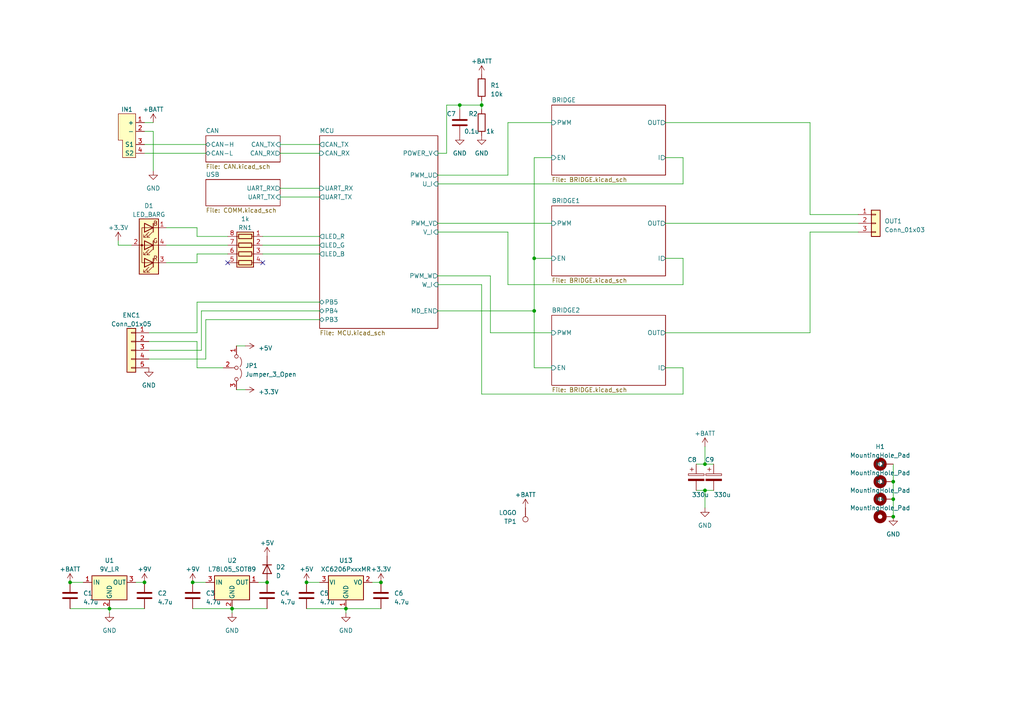
<source format=kicad_sch>
(kicad_sch (version 20230121) (generator eeschema)
  (paper "A4")
  (lib_symbols
    (symbol "Connector:TestPoint" (pin_numbers hide) (pin_names (offset 0.762) hide)
      (property "Reference" "TP" (at 0 6.858 0))
      (property "Value" "TestPoint" (at 0 5.08 0))
      (symbol "TestPoint_0_1"
        (circle (center 0 3.302) (radius 0.762))
      )
      (symbol "TestPoint_1_1"
        (pin passive line (at 0 0 90) (length 2.54) (name "1") (number "1"))
      )
    )
    (symbol "Connector_Generic:Conn_01x03" (pin_names (offset 1.016) hide)
      (property "Reference" "J" (at 0 5.08 0))
      (property "Value" "Conn_01x03" (at 0 -5.08 0))
      (symbol "Conn_01x03_1_1"
        (rectangle (start -1.27 -2.413) (end 0 -2.667) (stroke (width 0.1524)))
        (rectangle (start -1.27 0.127) (end 0 -0.127) (stroke (width 0.1524)))
        (rectangle (start -1.27 2.667) (end 0 2.413) (stroke (width 0.1524)))
        (rectangle (start -1.27 3.81) (end 1.27 -3.81) (stroke (width 0.254)) (fill (type background)))
        (pin passive line (at -5.08 2.54 0) (length 3.81) (name "Pin_1") (number "1"))
        (pin passive line (at -5.08 0 0) (length 3.81) (name "Pin_2") (number "2"))
        (pin passive line (at -5.08 -2.54 0) (length 3.81) (name "Pin_3") (number "3"))
      )
    )
    (symbol "Connector_Generic:Conn_01x05" (pin_names (offset 1.016) hide)
      (property "Reference" "J" (at 0 7.62 0))
      (property "Value" "Conn_01x05" (at 0 -7.62 0))
      (symbol "Conn_01x05_1_1"
        (rectangle (start -1.27 -4.953) (end 0 -5.207) (stroke (width 0.1524)))
        (rectangle (start -1.27 -2.413) (end 0 -2.667) (stroke (width 0.1524)))
        (rectangle (start -1.27 0.127) (end 0 -0.127) (stroke (width 0.1524)))
        (rectangle (start -1.27 2.667) (end 0 2.413) (stroke (width 0.1524)))
        (rectangle (start -1.27 5.207) (end 0 4.953) (stroke (width 0.1524)))
        (rectangle (start -1.27 6.35) (end 1.27 -6.35) (stroke (width 0.254)) (fill (type background)))
        (pin passive line (at -5.08 5.08 0) (length 3.81) (name "Pin_1") (number "1"))
        (pin passive line (at -5.08 2.54 0) (length 3.81) (name "Pin_2") (number "2"))
        (pin passive line (at -5.08 0 0) (length 3.81) (name "Pin_3") (number "3"))
        (pin passive line (at -5.08 -2.54 0) (length 3.81) (name "Pin_4") (number "4"))
        (pin passive line (at -5.08 -5.08 0) (length 3.81) (name "Pin_5") (number "5"))
      )
    )
    (symbol "Device:C" (pin_numbers hide) (pin_names (offset 0.254))
      (property "Reference" "C" (at 0.635 2.54 0))
      (property "Value" "C" (at 0.635 -2.54 0))
      (symbol "C_0_1"
        (polyline (pts (xy -2.032 -0.762) (xy 2.032 -0.762)) (stroke (width 0.508)))
        (polyline (pts (xy -2.032 0.762) (xy 2.032 0.762)) (stroke (width 0.508)))
      )
      (symbol "C_1_1"
        (pin passive line (at 0 3.81 270) (length 2.794) (name "~") (number "1"))
        (pin passive line (at 0 -3.81 90) (length 2.794) (name "~") (number "2"))
      )
    )
    (symbol "Device:C_Polarized" (pin_numbers hide) (pin_names (offset 0.254))
      (property "Reference" "C" (at 0.635 2.54 0))
      (property "Value" "C_Polarized" (at 0.635 -2.54 0))
      (symbol "C_Polarized_0_1"
        (rectangle (start -2.286 0.508) (end 2.286 1.016))
        (polyline (pts (xy -1.778 2.286) (xy -0.762 2.286)))
        (polyline (pts (xy -1.27 2.794) (xy -1.27 1.778)))
        (rectangle (start 2.286 -0.508) (end -2.286 -1.016) (fill (type outline)))
      )
      (symbol "C_Polarized_1_1"
        (pin passive line (at 0 3.81 270) (length 2.794) (name "~") (number "1"))
        (pin passive line (at 0 -3.81 90) (length 2.794) (name "~") (number "2"))
      )
    )
    (symbol "Device:D" (pin_numbers hide) (pin_names (offset 1.016) hide)
      (property "Reference" "D" (at 0 2.54 0))
      (property "Value" "D" (at 0 -2.54 0))
      (symbol "D_0_1"
        (polyline (pts (xy -1.27 1.27) (xy -1.27 -1.27)) (stroke (width 0.254)))
        (polyline (pts (xy 1.27 0) (xy -1.27 0)))
        (polyline (pts (xy 1.27 1.27) (xy 1.27 -1.27) (xy -1.27 0) (xy 1.27 1.27)) (stroke (width 0.254)))
      )
      (symbol "D_1_1"
        (pin passive line (at -3.81 0 0) (length 2.54) (name "K") (number "1"))
        (pin passive line (at 3.81 0 180) (length 2.54) (name "A") (number "2"))
      )
    )
    (symbol "Device:LED_BARG" (pin_names (offset 0) hide)
      (property "Reference" "D" (at 0 9.398 0))
      (property "Value" "LED_BARG" (at 0 -8.89 0))
      (symbol "LED_BARG_0_0"
        (text "B" (at -1.905 -6.35 0) (effects (font (size 1.27 1.27))))
        (text "G" (at -1.905 -1.27 0) (effects (font (size 1.27 1.27))))
        (text "R" (at -1.905 3.81 0) (effects (font (size 1.27 1.27))))
      )
      (symbol "LED_BARG_0_1"
        (polyline (pts (xy -1.27 -5.08) (xy -2.54 -5.08)))
        (polyline (pts (xy -1.27 -5.08) (xy 1.27 -5.08)))
        (polyline (pts (xy -1.27 -3.81) (xy -1.27 -6.35)) (stroke (width 0.254)))
        (polyline (pts (xy -1.27 0) (xy -2.54 0)))
        (polyline (pts (xy -1.27 1.27) (xy -1.27 -1.27)) (stroke (width 0.254)))
        (polyline (pts (xy -1.27 5.08) (xy -2.54 5.08)))
        (polyline (pts (xy -1.27 5.08) (xy 1.27 5.08)))
        (polyline (pts (xy -1.27 6.35) (xy -1.27 3.81)) (stroke (width 0.254)))
        (polyline (pts (xy 1.27 0) (xy -1.27 0)))
        (polyline (pts (xy 1.27 0) (xy 2.54 0)))
        (polyline (pts (xy -1.27 1.27) (xy -1.27 -1.27) (xy -1.27 -1.27)))
        (polyline (pts (xy -1.27 6.35) (xy -1.27 3.81) (xy -1.27 3.81)))
        (polyline (pts (xy 1.27 -5.08) (xy 2.032 -5.08) (xy 2.032 5.08) (xy 1.27 5.08)))
        (polyline (pts (xy 1.27 -3.81) (xy 1.27 -6.35) (xy -1.27 -5.08) (xy 1.27 -3.81)) (stroke (width 0.254)))
        (polyline (pts (xy 1.27 1.27) (xy 1.27 -1.27) (xy -1.27 0) (xy 1.27 1.27)) (stroke (width 0.254)))
        (polyline (pts (xy 1.27 6.35) (xy 1.27 3.81) (xy -1.27 5.08) (xy 1.27 6.35)) (stroke (width 0.254)))
        (polyline (pts (xy -1.016 -3.81) (xy 0.508 -2.286) (xy -0.254 -2.286) (xy 0.508 -2.286) (xy 0.508 -3.048)))
        (polyline (pts (xy -1.016 1.27) (xy 0.508 2.794) (xy -0.254 2.794) (xy 0.508 2.794) (xy 0.508 2.032)))
        (polyline (pts (xy -1.016 6.35) (xy 0.508 7.874) (xy -0.254 7.874) (xy 0.508 7.874) (xy 0.508 7.112)))
        (polyline (pts (xy 0 -3.81) (xy 1.524 -2.286) (xy 0.762 -2.286) (xy 1.524 -2.286) (xy 1.524 -3.048)))
        (polyline (pts (xy 0 1.27) (xy 1.524 2.794) (xy 0.762 2.794) (xy 1.524 2.794) (xy 1.524 2.032)))
        (polyline (pts (xy 0 6.35) (xy 1.524 7.874) (xy 0.762 7.874) (xy 1.524 7.874) (xy 1.524 7.112)))
        (rectangle (start 1.27 -1.27) (end 1.27 1.27))
        (rectangle (start 1.27 1.27) (end 1.27 1.27))
        (rectangle (start 1.27 3.81) (end 1.27 6.35))
        (rectangle (start 1.27 6.35) (end 1.27 6.35))
        (circle (center 2.032 0) (radius 0.254) (fill (type outline)))
        (rectangle (start 2.794 8.382) (end -2.794 -7.62) (stroke (width 0.254)) (fill (type background)))
      )
      (symbol "LED_BARG_1_1"
        (pin passive line (at -5.08 -5.08 0) (length 2.54) (name "BK") (number "1"))
        (pin passive line (at 5.08 0 180) (length 2.54) (name "A") (number "2"))
        (pin passive line (at -5.08 5.08 0) (length 2.54) (name "RK") (number "3"))
        (pin passive line (at -5.08 0 0) (length 2.54) (name "GK") (number "4"))
      )
    )
    (symbol "Device:R" (pin_numbers hide) (pin_names (offset 0))
      (property "Reference" "R" (at 2.032 0 90))
      (property "Value" "R" (at 0 0 90))
      (symbol "R_0_1"
        (rectangle (start -1.016 -2.54) (end 1.016 2.54) (stroke (width 0.254)))
      )
      (symbol "R_1_1"
        (pin passive line (at 0 3.81 270) (length 1.27) (name "~") (number "1"))
        (pin passive line (at 0 -3.81 90) (length 1.27) (name "~") (number "2"))
      )
    )
    (symbol "Device:R_Pack04" (pin_names (offset 0) hide)
      (property "Reference" "RN" (at -7.62 0 90))
      (property "Value" "R_Pack04" (at 5.08 0 90))
      (symbol "R_Pack04_0_1"
        (rectangle (start -6.35 -2.413) (end 3.81 2.413) (stroke (width 0.254)) (fill (type background)))
        (rectangle (start -5.715 1.905) (end -4.445 -1.905) (stroke (width 0.254)))
        (rectangle (start -3.175 1.905) (end -1.905 -1.905) (stroke (width 0.254)))
        (rectangle (start -0.635 1.905) (end 0.635 -1.905) (stroke (width 0.254)))
        (polyline (pts (xy -5.08 -2.54) (xy -5.08 -1.905)))
        (polyline (pts (xy -5.08 1.905) (xy -5.08 2.54)))
        (polyline (pts (xy -2.54 -2.54) (xy -2.54 -1.905)))
        (polyline (pts (xy -2.54 1.905) (xy -2.54 2.54)))
        (polyline (pts (xy 0 -2.54) (xy 0 -1.905)))
        (polyline (pts (xy 0 1.905) (xy 0 2.54)))
        (polyline (pts (xy 2.54 -2.54) (xy 2.54 -1.905)))
        (polyline (pts (xy 2.54 1.905) (xy 2.54 2.54)))
        (rectangle (start 1.905 1.905) (end 3.175 -1.905) (stroke (width 0.254)))
      )
      (symbol "R_Pack04_1_1"
        (pin passive line (at -5.08 -5.08 90) (length 2.54) (name "R1.1") (number "1"))
        (pin passive line (at -2.54 -5.08 90) (length 2.54) (name "R2.1") (number "2"))
        (pin passive line (at 0 -5.08 90) (length 2.54) (name "R3.1") (number "3"))
        (pin passive line (at 2.54 -5.08 90) (length 2.54) (name "R4.1") (number "4"))
        (pin passive line (at 2.54 5.08 270) (length 2.54) (name "R4.2") (number "5"))
        (pin passive line (at 0 5.08 270) (length 2.54) (name "R3.2") (number "6"))
        (pin passive line (at -2.54 5.08 270) (length 2.54) (name "R2.2") (number "7"))
        (pin passive line (at -5.08 5.08 270) (length 2.54) (name "R1.2") (number "8"))
      )
    )
    (symbol "Jumper:Jumper_3_Open" (pin_names (offset 0) hide)
      (property "Reference" "JP" (at -2.54 -2.54 0))
      (property "Value" "Jumper_3_Open" (at 0 2.794 0))
      (symbol "Jumper_3_Open_0_0"
        (circle (center -3.302 0) (radius 0.508))
        (circle (center 0 0) (radius 0.508))
        (circle (center 3.302 0) (radius 0.508))
      )
      (symbol "Jumper_3_Open_0_1"
        (arc (start -0.254 1.016) (mid -1.651 1.4992) (end -3.048 1.016))
        (polyline (pts (xy 0 -0.508) (xy 0 -1.27)))
        (arc (start 3.048 1.016) (mid 1.651 1.4992) (end 0.254 1.016))
      )
      (symbol "Jumper_3_Open_1_1"
        (pin passive line (at -6.35 0 0) (length 2.54) (name "A") (number "1"))
        (pin passive line (at 0 -3.81 90) (length 2.54) (name "C") (number "2"))
        (pin passive line (at 6.35 0 180) (length 2.54) (name "B") (number "3"))
      )
    )
    (symbol "Mechanical:MountingHole_Pad" (pin_numbers hide) (pin_names (offset 1.016) hide)
      (property "Reference" "H" (at 0 6.35 0))
      (property "Value" "MountingHole_Pad" (at 0 4.445 0))
      (symbol "MountingHole_Pad_0_1"
        (circle (center 0 1.27) (radius 1.27) (stroke (width 1.27)))
      )
      (symbol "MountingHole_Pad_1_1"
        (pin input line (at 0 -2.54 90) (length 2.54) (name "1") (number "1"))
      )
    )
    (symbol "Regulator_Linear:L7809" (pin_names (offset 0.254))
      (property "Reference" "U" (at -3.81 3.175 0))
      (property "Value" "L7809" (at 0 3.175 0))
      (symbol "L7809_0_1"
        (rectangle (start -5.08 1.905) (end 5.08 -5.08) (stroke (width 0.254)) (fill (type background)))
      )
      (symbol "L7809_1_1"
        (pin power_in line (at -7.62 0 0) (length 2.54) (name "IN") (number "1"))
        (pin power_in line (at 0 -7.62 90) (length 2.54) (name "GND") (number "2"))
        (pin power_out line (at 7.62 0 180) (length 2.54) (name "OUT") (number "3"))
      )
    )
    (symbol "Regulator_Linear:L78L05_SOT89" (pin_names (offset 0.254))
      (property "Reference" "U" (at -3.81 3.175 0))
      (property "Value" "L78L05_SOT89" (at -0.635 3.175 0))
      (symbol "L78L05_SOT89_0_1"
        (rectangle (start -5.08 1.905) (end 5.08 -5.08) (stroke (width 0.254)) (fill (type background)))
      )
      (symbol "L78L05_SOT89_1_1"
        (pin power_out line (at 7.62 0 180) (length 2.54) (name "OUT") (number "1"))
        (pin power_in line (at 0 -7.62 90) (length 2.54) (name "GND") (number "2"))
        (pin power_in line (at -7.62 0 0) (length 2.54) (name "IN") (number "3"))
      )
    )
    (symbol "Regulator_Linear:XC6206PxxxMR" (pin_names (offset 0.254))
      (property "Reference" "U" (at -3.81 3.175 0))
      (property "Value" "XC6206PxxxMR" (at 0 3.175 0))
      (symbol "XC6206PxxxMR_0_1"
        (rectangle (start -5.08 1.905) (end 5.08 -5.08) (stroke (width 0.254)) (fill (type background)))
      )
      (symbol "XC6206PxxxMR_1_1"
        (pin power_in line (at 0 -7.62 90) (length 2.54) (name "GND") (number "1"))
        (pin power_out line (at 7.62 0 180) (length 2.54) (name "VO") (number "2"))
        (pin power_in line (at -7.62 0 0) (length 2.54) (name "VI") (number "3"))
      )
    )
    (symbol "Robocon_Connector:XT30PW22"
      (property "Reference" "U" (at 0 0 0))
      (symbol "XT30PW22_0_1"
        (polyline (pts (xy 2.54 -1.27) (xy 2.54 -8.89) (xy 2.54 -13.97) (xy -1.27 -13.97) (xy -1.27 -8.89) (xy -2.54 -8.89) (xy -2.54 -1.27) (xy 2.54 -1.27)) (fill (type background)))
      )
      (symbol "XT30PW22_1_1"
        (pin power_out line (at 5.08 -3.81 180) (length 2.54) (name "+") (number "1"))
        (pin power_out line (at 5.08 -6.35 180) (length 2.54) (name "-") (number "2"))
        (pin bidirectional line (at 5.08 -10.16 180) (length 2.54) (name "S1") (number "3"))
        (pin bidirectional line (at 5.08 -12.7 180) (length 2.54) (name "S2") (number "4"))
      )
    )
    (symbol "power:+3.3V" (power) (pin_names (offset 0))
      (property "Value" "+3.3V" (at 0 3.556 0))
      (symbol "+3.3V_0_1"
        (polyline (pts (xy -0.762 1.27) (xy 0 2.54)))
        (polyline (pts (xy 0 0) (xy 0 2.54)))
        (polyline (pts (xy 0 2.54) (xy 0.762 1.27)))
      )
      (symbol "+3.3V_1_1"
        (pin power_in line (at 0 0 90) (length 0) hide (name "+3.3V") (number "1"))
      )
    )
    (symbol "power:+5V" (power) (pin_names (offset 0))
      (property "Value" "+5V" (at 0 3.556 0))
      (symbol "+5V_0_1"
        (polyline (pts (xy -0.762 1.27) (xy 0 2.54)))
        (polyline (pts (xy 0 0) (xy 0 2.54)))
        (polyline (pts (xy 0 2.54) (xy 0.762 1.27)))
      )
      (symbol "+5V_1_1"
        (pin power_in line (at 0 0 90) (length 0) hide (name "+5V") (number "1"))
      )
    )
    (symbol "power:+9V" (power) (pin_names (offset 0))
      (property "Value" "+9V" (at 0 3.556 0))
      (symbol "+9V_0_1"
        (polyline (pts (xy -0.762 1.27) (xy 0 2.54)))
        (polyline (pts (xy 0 0) (xy 0 2.54)))
        (polyline (pts (xy 0 2.54) (xy 0.762 1.27)))
      )
      (symbol "+9V_1_1"
        (pin power_in line (at 0 0 90) (length 0) hide (name "+9V") (number "1"))
      )
    )
    (symbol "power:+BATT" (power) (pin_names (offset 0))
      (property "Value" "+BATT" (at 0 3.556 0))
      (symbol "+BATT_0_1"
        (polyline (pts (xy -0.762 1.27) (xy 0 2.54)))
        (polyline (pts (xy 0 0) (xy 0 2.54)))
        (polyline (pts (xy 0 2.54) (xy 0.762 1.27)))
      )
      (symbol "+BATT_1_1"
        (pin power_in line (at 0 0 90) (length 0) hide (name "+BATT") (number "1"))
      )
    )
    (symbol "power:GND" (power) (pin_names (offset 0))
      (property "Value" "GND" (at 0 -3.81 0))
      (symbol "GND_0_1"
        (polyline (pts (xy 0 0) (xy 0 -1.27) (xy 1.27 -1.27) (xy 0 -2.54) (xy -1.27 -1.27) (xy 0 -1.27)))
      )
      (symbol "GND_1_1"
        (pin power_in line (at 0 0 270) (length 0) hide (name "GND") (number "1"))
      )
    )
  )
  (junction (at 204.47 134.62))
  (junction (at 88.9 168.91))
  (junction (at 154.94 74.93))
  (junction (at 154.94 90.17))
  (junction (at 77.47 168.91))
  (junction (at 67.31 176.53))
  (junction (at 55.88 168.91))
  (junction (at 20.32 168.91))
  (junction (at 100.33 176.53))
  (junction (at 259.08 139.7))
  (junction (at 133.35 30.48))
  (junction (at 259.08 149.86))
  (junction (at 110.49 168.91))
  (junction (at 31.75 176.53))
  (junction (at 259.08 144.78))
  (junction (at 204.47 142.24))
  (junction (at 139.7 30.48))
  (junction (at 41.91 168.91))
  (no_connect (at 76.2 76.2))
  (no_connect (at 66.04 76.2))
  (wire (pts (xy 41.91 168.91) (xy 39.37 168.91)))
  (wire (pts (xy 198.12 106.68) (xy 198.12 114.3)))
  (wire (pts (xy 139.7 114.3) (xy 198.12 114.3)))
  (wire (pts (xy 57.15 66.04) (xy 57.15 68.58)))
  (wire (pts (xy 234.95 62.23) (xy 248.92 62.23)))
  (wire (pts (xy 43.18 104.14) (xy 59.69 104.14)))
  (wire (pts (xy 127 67.31) (xy 147.32 67.31)))
  (wire (pts (xy 67.31 176.53) (xy 55.88 176.53)))
  (wire (pts (xy 154.94 45.72) (xy 154.94 74.93)))
  (wire (pts (xy 55.88 168.91) (xy 59.69 168.91)))
  (wire (pts (xy 127 82.55) (xy 139.7 82.55)))
  (wire (pts (xy 198.12 82.55) (xy 147.32 82.55)))
  (wire (pts (xy 57.15 99.06) (xy 57.15 106.68)))
  (wire (pts (xy 154.94 74.93) (xy 154.94 90.17)))
  (wire (pts (xy 81.28 44.45) (xy 92.71 44.45)))
  (wire (pts (xy 41.91 41.91) (xy 59.69 41.91)))
  (wire (pts (xy 68.58 113.03) (xy 71.12 113.03)))
  (wire (pts (xy 43.18 99.06) (xy 57.15 99.06)))
  (wire (pts (xy 204.47 142.24) (xy 204.47 147.32)))
  (wire (pts (xy 41.91 38.1) (xy 44.45 38.1)))
  (wire (pts (xy 154.94 106.68) (xy 160.02 106.68)))
  (wire (pts (xy 76.2 73.66) (xy 92.71 73.66)))
  (wire (pts (xy 133.35 30.48) (xy 133.35 31.75)))
  (wire (pts (xy 81.28 41.91) (xy 92.71 41.91)))
  (wire (pts (xy 129.54 44.45) (xy 127 44.45)))
  (wire (pts (xy 110.49 168.91) (xy 107.95 168.91)))
  (wire (pts (xy 259.08 139.7) (xy 259.08 144.78)))
  (wire (pts (xy 147.32 82.55) (xy 147.32 67.31)))
  (wire (pts (xy 127 50.8) (xy 147.32 50.8)))
  (wire (pts (xy 100.33 176.53) (xy 88.9 176.53)))
  (wire (pts (xy 142.24 96.52) (xy 160.02 96.52)))
  (wire (pts (xy 57.15 68.58) (xy 66.04 68.58)))
  (wire (pts (xy 147.32 50.8) (xy 147.32 35.56)))
  (wire (pts (xy 66.04 73.66) (xy 57.15 73.66)))
  (wire (pts (xy 57.15 106.68) (xy 64.77 106.68)))
  (wire (pts (xy 68.58 100.33) (xy 71.12 100.33)))
  (wire (pts (xy 43.18 96.52) (xy 57.15 96.52)))
  (wire (pts (xy 67.31 176.53) (xy 77.47 176.53)))
  (wire (pts (xy 129.54 30.48) (xy 129.54 44.45)))
  (wire (pts (xy 31.75 176.53) (xy 20.32 176.53)))
  (wire (pts (xy 34.29 69.85) (xy 34.29 71.12)))
  (wire (pts (xy 127 80.01) (xy 142.24 80.01)))
  (wire (pts (xy 248.92 67.31) (xy 234.95 67.31)))
  (wire (pts (xy 76.2 68.58) (xy 92.71 68.58)))
  (wire (pts (xy 81.28 54.61) (xy 92.71 54.61)))
  (wire (pts (xy 234.95 67.31) (xy 234.95 96.52)))
  (wire (pts (xy 48.26 66.04) (xy 57.15 66.04)))
  (wire (pts (xy 198.12 74.93) (xy 198.12 82.55)))
  (wire (pts (xy 41.91 35.56) (xy 44.45 35.56)))
  (wire (pts (xy 20.32 168.91) (xy 24.13 168.91)))
  (wire (pts (xy 204.47 142.24) (xy 207.01 142.24)))
  (wire (pts (xy 201.93 142.24) (xy 204.47 142.24)))
  (wire (pts (xy 139.7 30.48) (xy 133.35 30.48)))
  (wire (pts (xy 139.7 29.21) (xy 139.7 30.48)))
  (wire (pts (xy 31.75 177.8) (xy 31.75 176.53)))
  (wire (pts (xy 67.31 177.8) (xy 67.31 176.53)))
  (wire (pts (xy 160.02 45.72) (xy 154.94 45.72)))
  (wire (pts (xy 41.91 44.45) (xy 59.69 44.45)))
  (wire (pts (xy 59.69 92.71) (xy 92.71 92.71)))
  (wire (pts (xy 81.28 57.15) (xy 92.71 57.15)))
  (wire (pts (xy 57.15 76.2) (xy 48.26 76.2)))
  (wire (pts (xy 57.15 96.52) (xy 57.15 87.63)))
  (wire (pts (xy 127 64.77) (xy 160.02 64.77)))
  (wire (pts (xy 58.42 90.17) (xy 92.71 90.17)))
  (wire (pts (xy 193.04 35.56) (xy 234.95 35.56)))
  (wire (pts (xy 201.93 134.62) (xy 204.47 134.62)))
  (wire (pts (xy 259.08 144.78) (xy 259.08 149.86)))
  (wire (pts (xy 57.15 73.66) (xy 57.15 76.2)))
  (wire (pts (xy 127 90.17) (xy 154.94 90.17)))
  (wire (pts (xy 139.7 30.48) (xy 139.7 31.75)))
  (wire (pts (xy 100.33 176.53) (xy 110.49 176.53)))
  (wire (pts (xy 154.94 74.93) (xy 160.02 74.93)))
  (wire (pts (xy 127 53.34) (xy 198.12 53.34)))
  (wire (pts (xy 139.7 82.55) (xy 139.7 114.3)))
  (wire (pts (xy 154.94 90.17) (xy 154.94 106.68)))
  (wire (pts (xy 193.04 64.77) (xy 248.92 64.77)))
  (wire (pts (xy 34.29 71.12) (xy 38.1 71.12)))
  (wire (pts (xy 142.24 80.01) (xy 142.24 96.52)))
  (wire (pts (xy 234.95 35.56) (xy 234.95 62.23)))
  (wire (pts (xy 77.47 168.91) (xy 74.93 168.91)))
  (wire (pts (xy 234.95 96.52) (xy 193.04 96.52)))
  (wire (pts (xy 31.75 176.53) (xy 41.91 176.53)))
  (wire (pts (xy 76.2 71.12) (xy 92.71 71.12)))
  (wire (pts (xy 193.04 45.72) (xy 198.12 45.72)))
  (wire (pts (xy 147.32 35.56) (xy 160.02 35.56)))
  (wire (pts (xy 100.33 177.8) (xy 100.33 176.53)))
  (wire (pts (xy 44.45 38.1) (xy 44.45 49.53)))
  (wire (pts (xy 193.04 74.93) (xy 198.12 74.93)))
  (wire (pts (xy 204.47 134.62) (xy 207.01 134.62)))
  (wire (pts (xy 57.15 87.63) (xy 92.71 87.63)))
  (wire (pts (xy 48.26 71.12) (xy 66.04 71.12)))
  (wire (pts (xy 198.12 45.72) (xy 198.12 53.34)))
  (wire (pts (xy 88.9 168.91) (xy 92.71 168.91)))
  (wire (pts (xy 204.47 129.54) (xy 204.47 134.62)))
  (wire (pts (xy 133.35 30.48) (xy 129.54 30.48)))
  (wire (pts (xy 259.08 134.62) (xy 259.08 139.7)))
  (wire (pts (xy 59.69 92.71) (xy 59.69 104.14)))
  (wire (pts (xy 193.04 106.68) (xy 198.12 106.68)))
  (wire (pts (xy 43.18 101.6) (xy 58.42 101.6)))
  (wire (pts (xy 58.42 90.17) (xy 58.42 101.6)))
  (symbol (lib_id "Robocon_Connector:XT30PW22") (at 36.83 31.75 0) (unit 1)
    (property "Reference" "IN1" (at 36.83 31.75 0))
    (property "Value" "~" (at 36.83 31.75 0))
    (property "Footprint" "Robocon_Connector:XT30PW22" (effects hide))
  )
  (symbol (lib_id "power:+3.3V") (at 71.12 113.03 270) (unit 1)
    (property "Reference" "#PWR011" (effects hide))
    (property "Value" "+3.3V" (at 74.93 113.665 90) (effects (justify left)))
  )
  (symbol (lib_id "Connector_Generic:Conn_01x05") (at 38.1 101.6 0) (mirror y) (unit 1)
    (property "Reference" "ENC1" (at 38.1 91.44 0))
    (property "Value" "Conn_01x05" (at 38.1 93.98 0))
    (property "Footprint" "Connector_JST:JST_XA_S05B-XASK-1_1x05_P2.50mm_Horizontal" (effects hide))
  )
  (symbol (lib_id "power:+5V") (at 71.12 100.33 270) (unit 1)
    (property "Reference" "#PWR010" (effects hide))
    (property "Value" "+5V" (at 74.93 100.965 90) (effects (justify left)))
  )
  (symbol (lib_id "Device:C") (at 41.91 172.72 0) (unit 1)
    (property "Reference" "C2" (at 45.72 172.085 0) (effects (justify left)))
    (property "Value" "4.7u" (at 45.72 174.625 0) (effects (justify left)))
    (property "Footprint" "Capacitor_SMD:C_0805_2012Metric_Pad1.18x1.45mm_HandSolder" (effects hide))
    (property "LCSC" "C1779" (effects hide))
  )
  (symbol (lib_id "Regulator_Linear:L78L05_SOT89") (at 67.31 168.91 0) (unit 1)
    (property "Reference" "U2" (at 67.31 162.56 0))
    (property "Value" "L78L05_SOT89" (at 67.31 165.1 0))
    (property "Footprint" "Package_TO_SOT_SMD:SOT-89-3" (effects hide))
    (property "Datasheet" "http://www.st.com/content/ccc/resource/technical/document/datasheet/15/55/e5/aa/23/5b/43/fd/CD00000446.pdf/files/CD00000446.pdf/jcr:content/translations/en.CD00000446.pdf" (effects hide))
    (property "LCSC" "C16106" (effects hide))
  )
  (symbol (lib_id "power:GND") (at 44.45 49.53 0) (unit 1)
    (property "Reference" "#PWR07" (effects hide))
    (property "Value" "GND" (at 44.45 54.61 0))
  )
  (symbol (lib_id "power:+BATT") (at 152.4 147.32 0) (unit 1)
    (property "Reference" "#PWR019" (effects hide))
    (property "Value" "+BATT" (at 152.4 143.51 0))
  )
  (symbol (lib_id "power:GND") (at 204.47 147.32 0) (unit 1)
    (property "Reference" "#PWR021" (effects hide))
    (property "Value" "GND" (at 204.47 152.4 0))
  )
  (symbol (lib_id "power:GND") (at 259.08 149.86 0) (unit 1)
    (property "Reference" "#PWR022" (effects hide))
    (property "Value" "GND" (at 259.08 154.94 0))
  )
  (symbol (lib_id "power:+BATT") (at 44.45 35.56 0) (unit 1)
    (property "Reference" "#PWR06" (effects hide))
    (property "Value" "+BATT" (at 44.45 31.75 0))
  )
  (symbol (lib_id "power:+5V") (at 77.47 161.29 0) (unit 1)
    (property "Reference" "#PWR012" (effects hide))
    (property "Value" "+5V" (at 77.47 157.48 0))
  )
  (symbol (lib_id "power:GND") (at 139.7 39.37 0) (unit 1)
    (property "Reference" "#PWR018" (effects hide))
    (property "Value" "GND" (at 139.7 44.45 0))
  )
  (symbol (lib_id "Device:R_Pack04") (at 71.12 73.66 90) (mirror x) (unit 1)
    (property "Reference" "RN1" (at 71.12 66.04 90))
    (property "Value" "1k" (at 71.12 63.5 90))
    (property "Footprint" "Resistor_SMD:R_Array_Convex_4x0603" (effects hide))
    (property "LCSC" "C25510" (effects hide))
  )
  (symbol (lib_id "power:+BATT") (at 139.7 21.59 0) (unit 1)
    (property "Reference" "#PWR017" (effects hide))
    (property "Value" "+BATT" (at 139.7 17.78 0))
  )
  (symbol (lib_id "power:+9V") (at 41.91 168.91 0) (unit 1)
    (property "Reference" "#PWR04" (effects hide))
    (property "Value" "+9V" (at 41.91 165.1 0))
  )
  (symbol (lib_id "power:GND") (at 43.18 106.68 0) (unit 1)
    (property "Reference" "#PWR05" (effects hide))
    (property "Value" "GND" (at 43.18 111.76 0))
  )
  (symbol (lib_id "Device:C") (at 133.35 35.56 0) (unit 1)
    (property "Reference" "C7" (at 129.54 33.02 0) (effects (justify left)))
    (property "Value" "0.1u" (at 134.62 38.1 0) (effects (justify left)))
    (property "Footprint" "Capacitor_SMD:C_0603_1608Metric_Pad1.08x0.95mm_HandSolder" (effects hide))
    (property "LCSC" "C15849" (effects hide))
  )
  (symbol (lib_id "Mechanical:MountingHole_Pad") (at 256.54 144.78 90) (unit 1)
    (property "Reference" "H3" (at 255.27 139.7 90))
    (property "Value" "MountingHole_Pad" (at 255.27 142.24 90))
    (property "Footprint" "MountingHole:MountingHole_3.2mm_M3_ISO14580_Pad" (effects hide))
  )
  (symbol (lib_id "power:GND") (at 100.33 177.8 0) (unit 1)
    (property "Reference" "#PWR014" (effects hide))
    (property "Value" "GND" (at 100.33 182.88 0))
  )
  (symbol (lib_id "Device:LED_BARG") (at 43.18 71.12 180) (unit 1)
    (property "Reference" "D1" (at 43.18 59.69 0))
    (property "Value" "LED_BARG" (at 43.18 62.23 0))
    (property "Footprint" "Robocon_Diode:SMD,1.8x2mm" (effects hide))
    (property "LCSC" "C513367" (effects hide))
  )
  (symbol (lib_id "power:+BATT") (at 20.32 168.91 0) (unit 1)
    (property "Reference" "#PWR01" (effects hide))
    (property "Value" "+BATT" (at 20.32 165.1 0))
  )
  (symbol (lib_id "power:+9V") (at 55.88 168.91 0) (unit 1)
    (property "Reference" "#PWR08" (effects hide))
    (property "Value" "+9V" (at 55.88 165.1 0))
  )
  (symbol (lib_id "Mechanical:MountingHole_Pad") (at 256.54 134.62 90) (unit 1)
    (property "Reference" "H1" (at 255.27 129.54 90))
    (property "Value" "MountingHole_Pad" (at 255.27 132.08 90))
    (property "Footprint" "MountingHole:MountingHole_3.2mm_M3_ISO14580_Pad" (effects hide))
  )
  (symbol (lib_id "Device:C_Polarized") (at 207.01 138.43 0) (unit 1)
    (property "Reference" "C9" (at 204.47 133.35 0) (effects (justify left)))
    (property "Value" "330u" (at 207.01 143.51 0) (effects (justify left)))
    (property "Footprint" "Capacitor_SMD:CP_Elec_10x10" (effects hide))
  )
  (symbol (lib_id "Regulator_Linear:XC6206PxxxMR") (at 100.33 168.91 0) (unit 1)
    (property "Reference" "U13" (at 100.33 162.56 0))
    (property "Value" "XC6206PxxxMR" (at 100.33 165.1 0))
    (property "Footprint" "Package_TO_SOT_SMD:SOT-23-3" (effects hide))
    (property "Datasheet" "https://www.torexsemi.com/file/xc6206/XC6206.pdf" (effects hide))
    (property "LCSC" "C5446" (effects hide))
  )
  (symbol (lib_id "Device:R") (at 139.7 35.56 0) (unit 1)
    (property "Reference" "R2" (at 135.89 33.02 0) (effects (justify left)))
    (property "Value" "1k" (at 140.97 38.1 0) (effects (justify left)))
    (property "Footprint" "Resistor_SMD:R_0603_1608Metric_Pad0.98x0.95mm_HandSolder" (effects hide))
    (property "LCSC" "C21190" (effects hide))
  )
  (symbol (lib_id "Device:C") (at 55.88 172.72 0) (unit 1)
    (property "Reference" "C3" (at 59.69 172.085 0) (effects (justify left)))
    (property "Value" "4.7u" (at 59.69 174.625 0) (effects (justify left)))
    (property "Footprint" "Capacitor_SMD:C_0805_2012Metric_Pad1.18x1.45mm_HandSolder" (effects hide))
    (property "LCSC" "C1779" (effects hide))
  )
  (symbol (lib_id "power:GND") (at 31.75 177.8 0) (unit 1)
    (property "Reference" "#PWR02" (effects hide))
    (property "Value" "GND" (at 31.75 182.88 0))
  )
  (symbol (lib_id "Device:C") (at 77.47 172.72 0) (unit 1)
    (property "Reference" "C4" (at 81.28 172.085 0) (effects (justify left)))
    (property "Value" "4.7u" (at 81.28 174.625 0) (effects (justify left)))
    (property "Footprint" "Capacitor_SMD:C_0805_2012Metric_Pad1.18x1.45mm_HandSolder" (effects hide))
    (property "LCSC" "C1779" (effects hide))
  )
  (symbol (lib_id "Mechanical:MountingHole_Pad") (at 256.54 149.86 90) (unit 1)
    (property "Reference" "H4" (at 255.27 144.78 90))
    (property "Value" "MountingHole_Pad" (at 255.27 147.32 90))
    (property "Footprint" "MountingHole:MountingHole_3.2mm_M3_ISO14580_Pad" (effects hide))
  )
  (symbol (lib_id "Device:C_Polarized") (at 201.93 138.43 0) (unit 1)
    (property "Reference" "C8" (at 199.39 133.35 0) (effects (justify left)))
    (property "Value" "330u" (at 200.66 143.51 0) (effects (justify left)))
    (property "Footprint" "Capacitor_SMD:CP_Elec_10x10" (effects hide))
  )
  (symbol (lib_id "power:+BATT") (at 204.47 129.54 0) (unit 1)
    (property "Reference" "#PWR020" (effects hide))
    (property "Value" "+BATT" (at 204.47 125.73 0))
  )
  (symbol (lib_id "Connector:TestPoint") (at 152.4 147.32 180) (unit 1)
    (property "Reference" "TP1" (at 149.86 151.257 0) (effects (justify left)))
    (property "Value" "LOGO" (at 149.86 148.717 0) (effects (justify left)))
    (property "Footprint" "Sabanekko_icon:sabanegi" (effects hide))
  )
  (symbol (lib_id "Device:C") (at 20.32 172.72 0) (unit 1)
    (property "Reference" "C1" (at 24.13 172.085 0) (effects (justify left)))
    (property "Value" "4.7u" (at 24.13 174.625 0) (effects (justify left)))
    (property "Footprint" "Capacitor_SMD:C_0805_2012Metric_Pad1.18x1.45mm_HandSolder" (effects hide))
    (property "LCSC" "C1779" (effects hide))
  )
  (symbol (lib_id "Device:D") (at 77.47 165.1 270) (unit 1)
    (property "Reference" "D2" (at 80.01 164.465 90) (effects (justify left)))
    (property "Value" "D" (at 80.01 167.005 90) (effects (justify left)))
    (property "Footprint" "Diode_SMD:D_SOD-323" (effects hide))
    (property "Sim.Device" "D" (effects hide))
    (property "Sim.Pins" "1=K 2=A" (effects hide))
    (property "LCSC" "C191023" (effects hide))
  )
  (symbol (lib_id "power:+5V") (at 88.9 168.91 0) (unit 1)
    (property "Reference" "#PWR013" (effects hide))
    (property "Value" "+5V" (at 88.9 165.1 0))
  )
  (symbol (lib_id "power:+3.3V") (at 34.29 69.85 0) (unit 1)
    (property "Reference" "#PWR03" (effects hide))
    (property "Value" "+3.3V" (at 34.29 66.04 0))
  )
  (symbol (lib_id "Mechanical:MountingHole_Pad") (at 256.54 139.7 90) (unit 1)
    (property "Reference" "H2" (at 255.27 134.62 90))
    (property "Value" "MountingHole_Pad" (at 255.27 137.16 90))
    (property "Footprint" "MountingHole:MountingHole_3.2mm_M3_ISO14580_Pad" (effects hide))
  )
  (symbol (lib_id "power:GND") (at 133.35 39.37 0) (unit 1)
    (property "Reference" "#PWR016" (effects hide))
    (property "Value" "GND" (at 133.35 44.45 0))
  )
  (symbol (lib_id "Jumper:Jumper_3_Open") (at 68.58 106.68 270) (unit 1)
    (property "Reference" "JP1" (at 71.12 106.045 90) (effects (justify left)))
    (property "Value" "Jumper_3_Open" (at 71.12 108.585 90) (effects (justify left)))
    (property "Footprint" "Jumper:SolderJumper-3_P1.3mm_Open_Pad1.0x1.5mm" (effects hide))
  )
  (symbol (lib_id "Device:R") (at 139.7 25.4 0) (unit 1)
    (property "Reference" "R1" (at 142.24 24.765 0) (effects (justify left)))
    (property "Value" "10k" (at 142.24 27.305 0) (effects (justify left)))
    (property "Footprint" "Resistor_SMD:R_0603_1608Metric_Pad0.98x0.95mm_HandSolder" (effects hide))
    (property "LCSC" "C25804" (effects hide))
  )
  (symbol (lib_id "Connector_Generic:Conn_01x03") (at 254 64.77 0) (unit 1)
    (property "Reference" "OUT1" (at 256.54 64.135 0) (effects (justify left)))
    (property "Value" "Conn_01x03" (at 256.54 66.675 0) (effects (justify left)))
    (property "Footprint" "Connector_AMASS:AMASS_MR30PW-FB_1x03_P3.50mm_Horizontal" (effects hide))
  )
  (symbol (lib_id "Device:C") (at 88.9 172.72 0) (unit 1)
    (property "Reference" "C5" (at 92.71 172.085 0) (effects (justify left)))
    (property "Value" "4.7u" (at 92.71 174.625 0) (effects (justify left)))
    (property "Footprint" "Capacitor_SMD:C_0805_2012Metric_Pad1.18x1.45mm_HandSolder" (effects hide))
    (property "LCSC" "C1779" (effects hide))
  )
  (symbol (lib_id "Device:C") (at 110.49 172.72 0) (unit 1)
    (property "Reference" "C6" (at 114.3 172.085 0) (effects (justify left)))
    (property "Value" "4.7u" (at 114.3 174.625 0) (effects (justify left)))
    (property "Footprint" "Capacitor_SMD:C_0805_2012Metric_Pad1.18x1.45mm_HandSolder" (effects hide))
    (property "LCSC" "C1779" (effects hide))
  )
  (symbol (lib_id "power:GND") (at 67.31 177.8 0) (unit 1)
    (property "Reference" "#PWR09" (effects hide))
    (property "Value" "GND" (at 67.31 182.88 0))
  )
  (symbol (lib_id "power:+3.3V") (at 110.49 168.91 0) (unit 1)
    (property "Reference" "#PWR015" (effects hide))
    (property "Value" "+3.3V" (at 110.49 165.1 0))
  )
  (symbol (lib_id "Regulator_Linear:L7809") (at 31.75 168.91 0) (unit 1)
    (property "Reference" "U1" (at 31.75 162.56 0))
    (property "Value" "9V_LR" (at 31.75 165.1 0))
    (property "Footprint" "Package_TO_SOT_SMD:TO-252-2" (effects hide))
    (property "Datasheet" "http://www.st.com/content/ccc/resource/technical/document/datasheet/41/4f/b3/b0/12/d4/47/88/CD00000444.pdf/files/CD00000444.pdf/jcr:content/translations/en.CD00000444.pdf" (effects hide))
  )
  (sheet (at 59.69 52.07) (size 21.59 7.62) (stroke (width 0.1524))
    (property "Sheetname" "USB" (at 59.69 51.3584 0) (effects (justify left bottom)))
    (property "Sheetfile" "COMM.kicad_sch" (at 59.69 60.2746 0) (effects (justify left top)))
    (pin "UART_RX" output (at 81.28 54.61 0))
    (pin "UART_TX" input (at 81.28 57.15 0))
  )
  (sheet (at 160.02 30.48) (size 33.02 20.32) (stroke (width 0.1524))
    (property "Sheetname" "BRIDGE" (at 160.02 29.7684 0) (effects (justify left bottom)))
    (property "Sheetfile" "BRIDGE.kicad_sch" (at 160.02 51.3846 0) (effects (justify left top)))
    (pin "PWM" input (at 160.02 35.56 180))
    (pin "EN" input (at 160.02 45.72 180))
    (pin "OUT" output (at 193.04 35.56 0))
    (pin "I" output (at 193.04 45.72 0))
  )
  (sheet (at 92.71 39.37) (size 34.29 55.88) (stroke (width 0.1524))
    (property "Sheetname" "MCU" (at 92.71 38.6584 0) (effects (justify left bottom)))
    (property "Sheetfile" "MCU.kicad_sch" (at 92.71 95.8346 0) (effects (justify left top)))
    (pin "UART_TX" output (at 92.71 57.15 180))
    (pin "UART_RX" input (at 92.71 54.61 180))
    (pin "CAN_TX" output (at 92.71 41.91 180))
    (pin "U_I" input (at 127 53.34 0))
    (pin "V_I" input (at 127 67.31 0))
    (pin "W_I" input (at 127 82.55 0))
    (pin "POWER_V" input (at 127 44.45 0))
    (pin "PWM_V" output (at 127 64.77 0))
    (pin "CAN_RX" input (at 92.71 44.45 180))
    (pin "PWM_W" output (at 127 80.01 0))
    (pin "PWM_U" output (at 127 50.8 0))
    (pin "PB3" bidirectional (at 92.71 92.71 180))
    (pin "MD_EN" output (at 127 90.17 0))
    (pin "PB4" bidirectional (at 92.71 90.17 180))
    (pin "PB5" bidirectional (at 92.71 87.63 180))
    (pin "LED_R" output (at 92.71 68.58 180))
    (pin "LED_G" output (at 92.71 71.12 180))
    (pin "LED_B" output (at 92.71 73.66 180))
  )
  (sheet (at 59.69 39.37) (size 21.59 7.62) (stroke (width 0.1524))
    (property "Sheetname" "CAN" (at 59.69 38.6584 0) (effects (justify left bottom)))
    (property "Sheetfile" "CAN.kicad_sch" (at 59.69 47.5746 0) (effects (justify left top)))
    (pin "CAN_TX" input (at 81.28 41.91 0))
    (pin "CAN_RX" output (at 81.28 44.45 0))
    (pin "CAN-L" bidirectional (at 59.69 44.45 180))
    (pin "CAN-H" bidirectional (at 59.69 41.91 180))
  )
  (sheet (at 160.02 59.69) (size 33.02 20.32) (stroke (width 0.1524))
    (property "Sheetname" "BRIDGE1" (at 160.02 58.9784 0) (effects (justify left bottom)))
    (property "Sheetfile" "BRIDGE.kicad_sch" (at 160.02 80.5946 0) (effects (justify left top)))
    (pin "PWM" input (at 160.02 64.77 180))
    (pin "EN" input (at 160.02 74.93 180))
    (pin "OUT" output (at 193.04 64.77 0))
    (pin "I" output (at 193.04 74.93 0))
  )
  (sheet (at 160.02 91.44) (size 33.02 20.32) (stroke (width 0.1524))
    (property "Sheetname" "BRIDGE2" (at 160.02 90.7284 0) (effects (justify left bottom)))
    (property "Sheetfile" "BRIDGE.kicad_sch" (at 160.02 112.3446 0) (effects (justify left top)))
    (pin "PWM" input (at 160.02 96.52 180))
    (pin "EN" input (at 160.02 106.68 180))
    (pin "OUT" output (at 193.04 96.52 0))
    (pin "I" output (at 193.04 106.68 0))
  )
)
</source>
